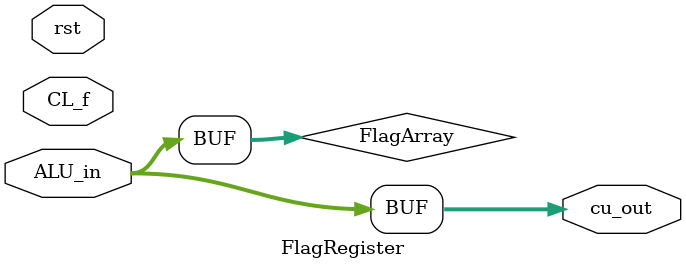
<source format=v>
`timescale 1ns / 1ps
/*
* Copyright (c) 2023, Shiv Nadar University, Delhi NCR, India. All Rights
* Reserved. Permission to use, copy, modify and distribute this software for
* educational, research, and not-for-profit purposes, without fee and without a
* signed license agreement, is hereby granted, provided that this paragraph and
* the following two paragraphs appear in all copies, modifications, and
* distributions.
*
* IN NO EVENT SHALL SHIV NADAR UNIVERSITY BE LIABLE TO ANY PARTY FOR DIRECT,
* INDIRECT, SPECIAL, INCIDENTAL, OR CONSEQUENTIAL DAMAGES, INCLUDING LOST
* PROFITS, ARISING OUT OF THE USE OF THIS SOFTWARE.
*
* SHIV NADAR UNIVERSITY SPECIFICALLY DISCLAIMS ANY WARRANTIES, INCLUDING, BUT
* NOT LIMITED TO, THE IMPLIED WARRANTIES OF MERCHANTABILITY AND FITNESS FOR A
* PARTICULAR PURPOSE. THE SOFTWARE PROVIDED HEREUNDER IS PROVIDED "AS IS". SHIV
* NADAR UNIVERSITY HAS NO OBLIGATION TO PROVIDE MAINTENANCE, SUPPORT, UPDATES,
* ENHANCEMENTS, OR MODIFICATIONS.
*
* Revision History:
*          Date                    By                           Change Notes
* ----------------------- ---------------------- ------------------------------------------
*    31st October 2023          Devyam Seal                         Base Code
*   
*   
*                                                                                
*                                      
*   
*/
//////////////////////////////////////////////////////////////////////////////////


module FlagRegister(input [3:0] ALU_in,
                    input rst,
                    input CL_f,
                    output [3:0] cu_out);

reg [3:0] FlagArray;

initial                         // Initialising
begin
    FlagArray[0] <= 1'b0;
    FlagArray[1] <= 1'b0;
    FlagArray[2] <= 1'b0;
    FlagArray[3] <= 1'b0;
end

assign cu_out = FlagArray;

always @(*)
begin

    if(rst == 1'b1)
    begin
        FlagArray <= 0;
    end    

    if  (CL_f == 1'b1)  // Control signal to clear flags
        begin
            FlagArray[0] <= 1'b0;
            FlagArray[1] <= 1'b0;
            FlagArray[2] <= 1'b0;
            FlagArray[3] <= 1'b0;
        end

    FlagArray[0] <= ALU_in[0];  // Getting flag data from ALU
    FlagArray[1] <= ALU_in[1];
    FlagArray[2] <= ALU_in[2];
    FlagArray[3] <= ALU_in[3];

   // cu_out <= FlagArray;  // Sending flags to control unit
end
endmodule

</source>
